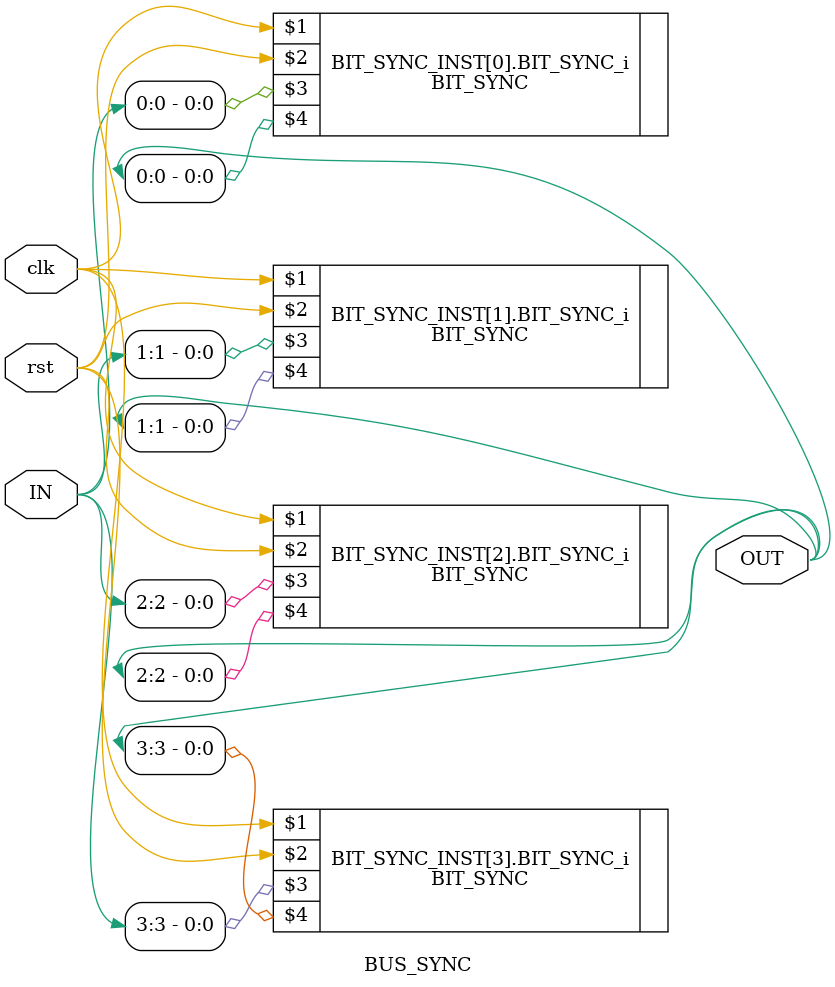
<source format=v>
module BUS_SYNC (clk,rst,IN,OUT);
	
	parameter N=2;
	parameter POINTER_WIDTH=4;

	input clk,rst;
	input [POINTER_WIDTH-1:0] IN;
	
	output [POINTER_WIDTH-1:0] OUT;

	generate
		genvar i;
		for (i = 0; i < POINTER_WIDTH; i = i + 1)
		begin:BIT_SYNC_INST
		BIT_SYNC #(.N(N)) BIT_SYNC_i (clk,rst,IN[i],OUT[i]);
		end
	endgenerate
	
endmodule
</source>
